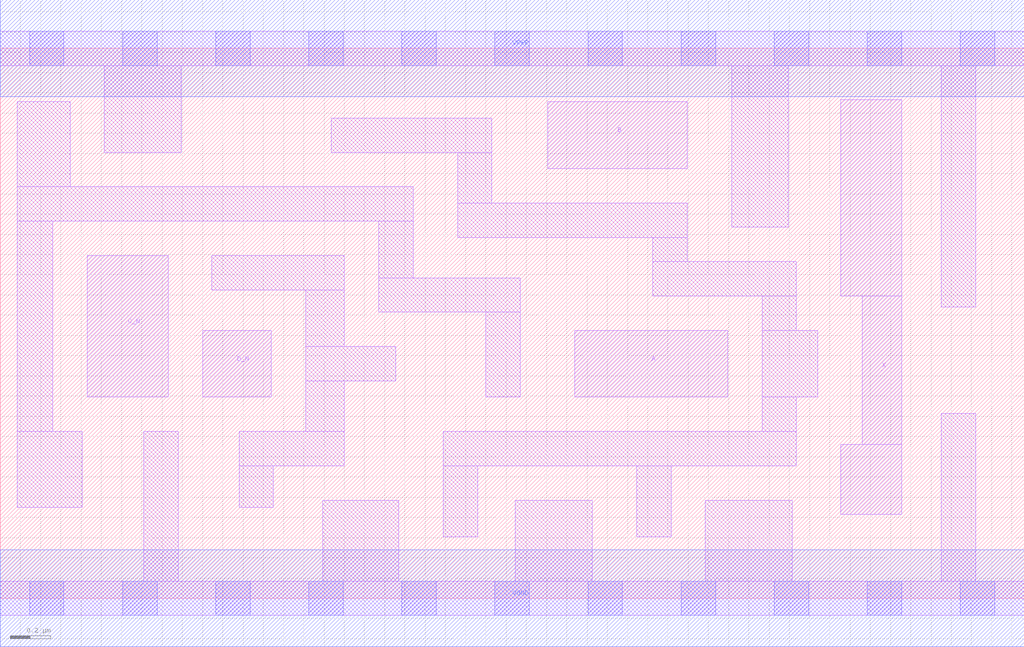
<source format=lef>
# Copyright 2020 The SkyWater PDK Authors
#
# Licensed under the Apache License, Version 2.0 (the "License");
# you may not use this file except in compliance with the License.
# You may obtain a copy of the License at
#
#     https://www.apache.org/licenses/LICENSE-2.0
#
# Unless required by applicable law or agreed to in writing, software
# distributed under the License is distributed on an "AS IS" BASIS,
# WITHOUT WARRANTIES OR CONDITIONS OF ANY KIND, either express or implied.
# See the License for the specific language governing permissions and
# limitations under the License.
#
# SPDX-License-Identifier: Apache-2.0

VERSION 5.7 ;
BUSBITCHARS "[]" ;
DIVIDERCHAR "/" ;
PROPERTYDEFINITIONS
  MACRO maskLayoutSubType STRING ;
  MACRO prCellType STRING ;
  MACRO originalViewName STRING ;
END PROPERTYDEFINITIONS
MACRO sky130_fd_sc_hdll__or4bb_2
  ORIGIN  0.000000  0.000000 ;
  CLASS CORE ;
  SYMMETRY X Y R90 ;
  SIZE  5.060000 BY  2.720000 ;
  SITE unithd ;
  PIN A
    ANTENNAGATEAREA  0.138600 ;
    DIRECTION INPUT ;
    USE SIGNAL ;
    PORT
      LAYER li1 ;
        RECT 2.840000 0.995000 3.595000 1.325000 ;
    END
  END A
  PIN B
    ANTENNAGATEAREA  0.138600 ;
    DIRECTION INPUT ;
    USE SIGNAL ;
    PORT
      LAYER li1 ;
        RECT 2.705000 2.125000 3.395000 2.455000 ;
    END
  END B
  PIN C_N
    ANTENNAGATEAREA  0.138600 ;
    DIRECTION INPUT ;
    USE SIGNAL ;
    PORT
      LAYER li1 ;
        RECT 0.430000 0.995000 0.830000 1.695000 ;
    END
  END C_N
  PIN D_N
    ANTENNAGATEAREA  0.138600 ;
    DIRECTION INPUT ;
    USE SIGNAL ;
    PORT
      LAYER li1 ;
        RECT 1.000000 0.995000 1.340000 1.325000 ;
    END
  END D_N
  PIN X
    ANTENNADIFFAREA  0.498000 ;
    DIRECTION OUTPUT ;
    USE SIGNAL ;
    PORT
      LAYER li1 ;
        RECT 4.155000 0.415000 4.455000 0.760000 ;
        RECT 4.155000 1.495000 4.455000 2.465000 ;
        RECT 4.260000 0.760000 4.455000 1.495000 ;
    END
  END X
  PIN VGND
    DIRECTION INOUT ;
    USE GROUND ;
    PORT
      LAYER met1 ;
        RECT 0.000000 -0.240000 5.060000 0.240000 ;
    END
  END VGND
  PIN VPWR
    DIRECTION INOUT ;
    USE POWER ;
    PORT
      LAYER met1 ;
        RECT 0.000000 2.480000 5.060000 2.960000 ;
    END
  END VPWR
  OBS
    LAYER li1 ;
      RECT 0.000000 -0.085000 5.060000 0.085000 ;
      RECT 0.000000  2.635000 5.060000 2.805000 ;
      RECT 0.085000  0.450000 0.405000 0.825000 ;
      RECT 0.085000  0.825000 0.260000 1.865000 ;
      RECT 0.085000  1.865000 2.040000 2.035000 ;
      RECT 0.085000  2.035000 0.345000 2.455000 ;
      RECT 0.515000  2.205000 0.895000 2.635000 ;
      RECT 0.710000  0.085000 0.880000 0.825000 ;
      RECT 1.045000  1.525000 1.700000 1.695000 ;
      RECT 1.180000  0.450000 1.350000 0.655000 ;
      RECT 1.180000  0.655000 1.700000 0.825000 ;
      RECT 1.510000  0.825000 1.700000 1.075000 ;
      RECT 1.510000  1.075000 1.955000 1.245000 ;
      RECT 1.510000  1.245000 1.700000 1.525000 ;
      RECT 1.595000  0.085000 1.970000 0.485000 ;
      RECT 1.635000  2.205000 2.430000 2.375000 ;
      RECT 1.870000  1.415000 2.570000 1.585000 ;
      RECT 1.870000  1.585000 2.040000 1.865000 ;
      RECT 2.190000  0.305000 2.360000 0.655000 ;
      RECT 2.190000  0.655000 3.935000 0.825000 ;
      RECT 2.260000  1.785000 3.395000 1.955000 ;
      RECT 2.260000  1.955000 2.430000 2.205000 ;
      RECT 2.400000  0.995000 2.570000 1.415000 ;
      RECT 2.545000  0.085000 2.925000 0.485000 ;
      RECT 3.145000  0.305000 3.315000 0.655000 ;
      RECT 3.225000  1.495000 3.935000 1.665000 ;
      RECT 3.225000  1.665000 3.395000 1.785000 ;
      RECT 3.485000  0.085000 3.915000 0.485000 ;
      RECT 3.615000  1.835000 3.895000 2.635000 ;
      RECT 3.765000  0.825000 3.935000 0.995000 ;
      RECT 3.765000  0.995000 4.040000 1.325000 ;
      RECT 3.765000  1.325000 3.935000 1.495000 ;
      RECT 4.650000  0.085000 4.820000 0.915000 ;
      RECT 4.650000  1.440000 4.820000 2.635000 ;
    LAYER mcon ;
      RECT 0.145000 -0.085000 0.315000 0.085000 ;
      RECT 0.145000  2.635000 0.315000 2.805000 ;
      RECT 0.605000 -0.085000 0.775000 0.085000 ;
      RECT 0.605000  2.635000 0.775000 2.805000 ;
      RECT 1.065000 -0.085000 1.235000 0.085000 ;
      RECT 1.065000  2.635000 1.235000 2.805000 ;
      RECT 1.525000 -0.085000 1.695000 0.085000 ;
      RECT 1.525000  2.635000 1.695000 2.805000 ;
      RECT 1.985000 -0.085000 2.155000 0.085000 ;
      RECT 1.985000  2.635000 2.155000 2.805000 ;
      RECT 2.445000 -0.085000 2.615000 0.085000 ;
      RECT 2.445000  2.635000 2.615000 2.805000 ;
      RECT 2.905000 -0.085000 3.075000 0.085000 ;
      RECT 2.905000  2.635000 3.075000 2.805000 ;
      RECT 3.365000 -0.085000 3.535000 0.085000 ;
      RECT 3.365000  2.635000 3.535000 2.805000 ;
      RECT 3.825000 -0.085000 3.995000 0.085000 ;
      RECT 3.825000  2.635000 3.995000 2.805000 ;
      RECT 4.285000 -0.085000 4.455000 0.085000 ;
      RECT 4.285000  2.635000 4.455000 2.805000 ;
      RECT 4.745000 -0.085000 4.915000 0.085000 ;
      RECT 4.745000  2.635000 4.915000 2.805000 ;
  END
  PROPERTY maskLayoutSubType "abstract" ;
  PROPERTY prCellType "standard" ;
  PROPERTY originalViewName "layout" ;
END sky130_fd_sc_hdll__or4bb_2
END LIBRARY

</source>
